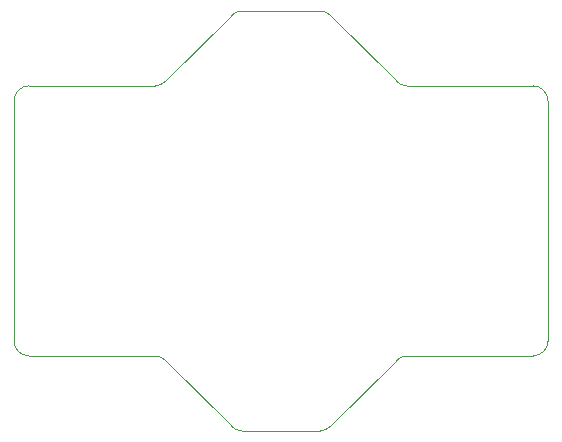
<source format=gbr>
%TF.GenerationSoftware,KiCad,Pcbnew,(7.0.0-0)*%
%TF.CreationDate,2023-08-11T18:05:37-07:00*%
%TF.ProjectId,Headlights_Driver,48656164-6c69-4676-9874-735f44726976,rev?*%
%TF.SameCoordinates,Original*%
%TF.FileFunction,Profile,NP*%
%FSLAX46Y46*%
G04 Gerber Fmt 4.6, Leading zero omitted, Abs format (unit mm)*
G04 Created by KiCad (PCBNEW (7.0.0-0)) date 2023-08-11 18:05:37*
%MOMM*%
%LPD*%
G01*
G04 APERTURE LIST*
%TA.AperFunction,Profile*%
%ADD10C,0.100000*%
%TD*%
G04 APERTURE END LIST*
D10*
X155838049Y-65668001D02*
G75*
G03*
X156736051Y-66040000I898051J898001D01*
G01*
X149333949Y-59690000D02*
X142766051Y-59690000D01*
X141868025Y-60061975D02*
X136261974Y-65668026D01*
X156736051Y-88899978D02*
G75*
G03*
X155838025Y-89271975I-51J-1269822D01*
G01*
X135363949Y-66040000D02*
X124714000Y-66040000D01*
X141868008Y-94878042D02*
G75*
G03*
X142766051Y-95250000I898092J898242D01*
G01*
X141868025Y-94878025D02*
X136261974Y-89271974D01*
X135363949Y-66040022D02*
G75*
G03*
X136261974Y-65668026I51J1269822D01*
G01*
X168656000Y-67310000D02*
G75*
G03*
X167386000Y-66040000I-1270000J0D01*
G01*
X123444000Y-87630000D02*
G75*
G03*
X124714000Y-88900000I1270000J0D01*
G01*
X124714000Y-66040000D02*
G75*
G03*
X123444000Y-67310000I0J-1270000D01*
G01*
X168656000Y-67310000D02*
X168656000Y-87630000D01*
X149333949Y-95250000D02*
X142766051Y-95250000D01*
X135363949Y-88900000D02*
X124714000Y-88900000D01*
X136261991Y-89271957D02*
G75*
G03*
X135363949Y-88900000I-898091J-898243D01*
G01*
X167386000Y-88900000D02*
G75*
G03*
X168656000Y-87630000I0J1270000D01*
G01*
X149333949Y-95250022D02*
G75*
G03*
X150231974Y-94878026I51J1269822D01*
G01*
X156736051Y-88900000D02*
X167386000Y-88900000D01*
X123444000Y-87630000D02*
X123444000Y-67310000D01*
X155838025Y-89271975D02*
X150231974Y-94878026D01*
X155838025Y-65668025D02*
X150231974Y-60061974D01*
X150231950Y-60061998D02*
G75*
G03*
X149333949Y-59690000I-898050J-898002D01*
G01*
X156736051Y-66040000D02*
X167386000Y-66040000D01*
X142766051Y-59689978D02*
G75*
G03*
X141868025Y-60061975I-51J-1269822D01*
G01*
M02*

</source>
